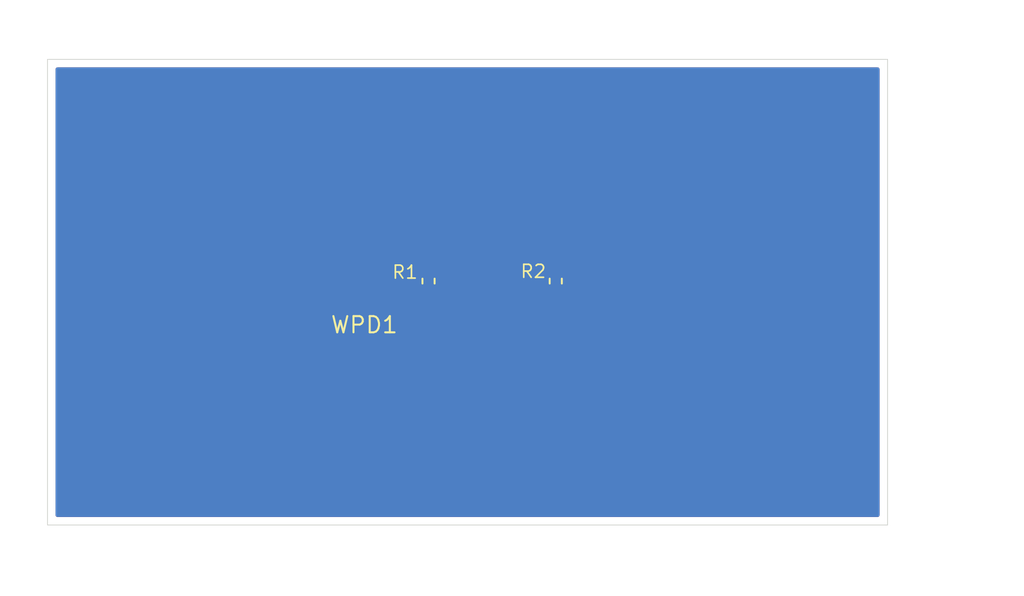
<source format=kicad_pcb>
(kicad_pcb (version 20241229) (generator "pcbnew") (generator_version "9.0")
  (layers (0 "F.Cu" signal) (2 "B.Cu" signal) (13 "F.Paste" user) (15 "B.Paste" user) (5 "F.SilkS" user "F.Silkscreen") (7 "B.SilkS" user "B.Silkscreen") (1 "F.Mask" user) (3 "B.Mask" user) (25 "Edge.Cuts" user))
  (net 0 "")
  (net 4 "Net-(R1-Pad1)")
  (net 5 "Net-(R1-Pad2)")
  (net 6 "Net-(R2-Pad2)")
  (net 7 "Net-(R2-Pad1)")
  (footprint "Resistor_SMD:R_0402_1005Metric" (layer "F.Cu") (at 198.45528 76.2 -90)
    (property "Reference" "R2" (at -0.6096 1.40208 0) (layer "F.SilkS") (effects (font (size 0.8128 0.8128) (thickness 0.1016))))
    (property "Value" "176")
    (fp_line (start -0.153641 0.38) (end 0.153641 0.38) (stroke (width 0.12)) (layer "F.SilkS"))
    (fp_line (start -0.153641 -0.38) (end 0.153641 -0.38) (stroke (width 0.12)) (layer "F.SilkS"))
    (pad "1" smd roundrect (at -0.51 0 270) (size 0.54 0.64) (layers "F.Cu" "F.Mask" "F.Paste") (net 7 "Net-(R2-Pad1)"))
    (pad "2" smd roundrect (at 0.51 0 270) (size 0.54 0.64) (layers "F.Cu" "F.Mask" "F.Paste") (net 6 "Net-(R2-Pad2)"))
  )
  (footprint "PDG Footprints:WPD_2Ring_3500" (layer "F.Cu") (at 190.5 76.2)
    (property "Reference" "WPD1" (at -4.01574 2.7432 0) (layer "F.SilkS") (effects (font (size 1.016 1.016) (thickness 0.127))))
    (property "Value" "~" (hide yes))
    (fp_line (start 0.69596 -0.62738) (end 0.12446 -0.62738) (stroke (width 0.77216)) (layer "F.Cu"))
    (fp_line (start 0.69596 0.62738) (end 0.12446 0.62738) (stroke (width 0.77216)) (layer "F.Cu"))
    (fp_line (start 8.1153 -0.8001) (end 8.6868 -0.9144) (stroke (width 1.11252)) (layer "F.Cu"))
    (fp_line (start 8.1153 0.8001) (end 8.6868 0.9144) (stroke (width 1.11252)) (layer "F.Cu"))
    (fp_arc (start -8.03148 -0.4572) (mid -4.01574 -4.47294) (end 0 -0.4572) (stroke (width 0.43688)) (layer "F.Cu"))
    (fp_arc (start 0 0.4572) (mid -4.01574 4.47294) (end -8.03148 0.4572) (stroke (width 0.43688)) (layer "F.Cu"))
    (fp_arc (start 0.69596 -0.62738) (mid 4.32562 -4.25704) (end 7.95528 -0.62738) (stroke (width 0.77216)) (layer "F.Cu"))
    (fp_arc (start 7.95528 0.62738) (mid 4.32562 4.25704) (end 0.69596 0.62738) (stroke (width 0.77216)) (layer "F.Cu"))
    (pad "1" smd rect (at -8.3693 0) (size 1.11252 1.11252) (layers "F.Cu" "F.Mask" "F.Paste"))
    (pad "2" smd circle (at 8.6868 -0.9144) (size 1.11252 1.11252) (layers "F.Cu" "F.Mask" "F.Paste"))
    (pad "3" smd circle (at 8.6868 0.9144) (size 1.11252 1.11252) (layers "F.Cu" "F.Mask" "F.Paste"))
    (pad "4" smd roundrect (at 0 -0.510032) (size 0.64008 0.540004) (layers "F.Cu" "F.Mask" "F.Paste") (net 4 "Net-(R1-Pad1)"))
    (pad "5" smd roundrect (at 0 0.510032) (size 0.64008 0.540004) (layers "F.Cu" "F.Mask" "F.Paste") (net 5 "Net-(R1-Pad2)"))
    (pad "6" smd roundrect (at 7.95528 -0.510032) (size 0.64008 0.540004) (layers "F.Cu" "F.Mask" "F.Paste") (net 7 "Net-(R2-Pad1)"))
    (pad "7" smd roundrect (at 7.95528 0.510032) (size 0.64008 0.540004) (layers "F.Cu" "F.Mask" "F.Paste") (net 6 "Net-(R2-Pad2)"))
  )
  (footprint "Resistor_SMD:R_0402_1005Metric" (layer "F.Cu") (at 190.5 76.2 -90)
    (property "Reference" "R1" (at -0.5588 1.4732 180) (layer "F.SilkS") (effects (font (size 0.8128 0.8128) (thickness 0.1016))))
    (property "Value" "102")
    (fp_line (start -0.153641 0.38) (end 0.153641 0.38) (stroke (width 0.12)) (layer "F.SilkS"))
    (fp_line (start -0.153641 -0.38) (end 0.153641 -0.38) (stroke (width 0.12)) (layer "F.SilkS"))
    (pad "1" smd roundrect (at -0.51 0 270) (size 0.54 0.64) (layers "F.Cu" "F.Mask" "F.Paste") (net 4 "Net-(R1-Pad1)"))
    (pad "2" smd roundrect (at 0.51 0 270) (size 0.54 0.64) (layers "F.Cu" "F.Mask" "F.Paste") (net 5 "Net-(R1-Pad2)"))
  )
  (gr_rect (start 166.6748 62.32144) (end 219.20708 91.4654) (stroke (width 0.05)) (fill no) (layer "Edge.Cuts"))
  (zone (net 0) (net_name "") (layers "F.Cu" "B.Cu") (connect_pads (clearance 0.5)) (min_thickness 0.25) (fill yes (thermal_gap 0.5) (thermal_bridge_width 0.5) (island_removal_mode 1) (island_area_min 9.999999))
    (polygon (pts (xy 163.703 60.09386) (xy 163.703 95.92056) (xy 226.81946 95.92056) (xy 227.74656 94.99346) (xy 227.74656 61.02096) (xy 225.33356 58.60796) (xy 165.1889 58.60796)))
  )
)
</source>
